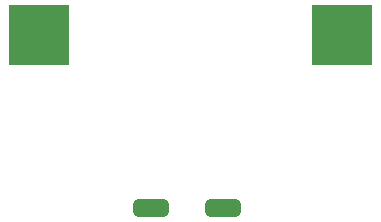
<source format=gbr>
%TF.GenerationSoftware,KiCad,Pcbnew,(6.0.8)*%
%TF.CreationDate,2023-04-11T21:19:58-04:00*%
%TF.ProjectId,Rat_NEST_v1,5261745f-4e45-4535-945f-76312e6b6963,rev?*%
%TF.SameCoordinates,Original*%
%TF.FileFunction,Paste,Top*%
%TF.FilePolarity,Positive*%
%FSLAX46Y46*%
G04 Gerber Fmt 4.6, Leading zero omitted, Abs format (unit mm)*
G04 Created by KiCad (PCBNEW (6.0.8)) date 2023-04-11 21:19:58*
%MOMM*%
%LPD*%
G01*
G04 APERTURE LIST*
G04 Aperture macros list*
%AMRoundRect*
0 Rectangle with rounded corners*
0 $1 Rounding radius*
0 $2 $3 $4 $5 $6 $7 $8 $9 X,Y pos of 4 corners*
0 Add a 4 corners polygon primitive as box body*
4,1,4,$2,$3,$4,$5,$6,$7,$8,$9,$2,$3,0*
0 Add four circle primitives for the rounded corners*
1,1,$1+$1,$2,$3*
1,1,$1+$1,$4,$5*
1,1,$1+$1,$6,$7*
1,1,$1+$1,$8,$9*
0 Add four rect primitives between the rounded corners*
20,1,$1+$1,$2,$3,$4,$5,0*
20,1,$1+$1,$4,$5,$6,$7,0*
20,1,$1+$1,$6,$7,$8,$9,0*
20,1,$1+$1,$8,$9,$2,$3,0*%
G04 Aperture macros list end*
%ADD10RoundRect,0.375000X-1.125000X-0.375000X1.125000X-0.375000X1.125000X0.375000X-1.125000X0.375000X0*%
%ADD11R,5.100000X5.100000*%
G04 APERTURE END LIST*
D10*
%TO.C,REF\u002A\u002A*%
X152400000Y-120904000D03*
%TD*%
%TO.C,REF\u002A\u002A*%
X146304000Y-120904000D03*
%TD*%
D11*
%TO.C,REF\u002A\u002A*%
X162406000Y-106273600D03*
X136806000Y-106273600D03*
%TD*%
M02*

</source>
